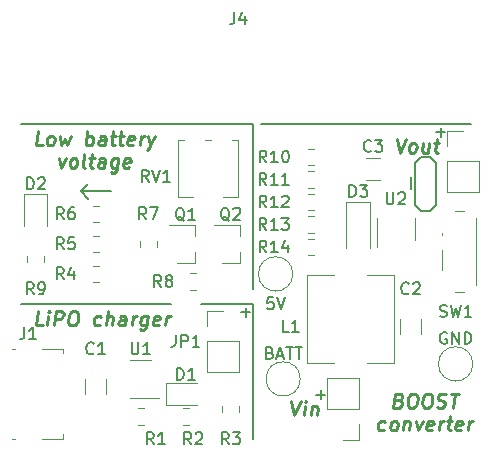
<source format=gbr>
G04 #@! TF.GenerationSoftware,KiCad,Pcbnew,5.0.2-bee76a0~70~ubuntu18.04.1*
G04 #@! TF.CreationDate,2019-03-03T11:08:54+02:00*
G04 #@! TF.ProjectId,1Cell_LiPO_BOOST_converter,3143656c-6c5f-44c6-9950-4f5f424f4f53,B*
G04 #@! TF.SameCoordinates,Original*
G04 #@! TF.FileFunction,Legend,Top*
G04 #@! TF.FilePolarity,Positive*
%FSLAX46Y46*%
G04 Gerber Fmt 4.6, Leading zero omitted, Abs format (unit mm)*
G04 Created by KiCad (PCBNEW 5.0.2-bee76a0~70~ubuntu18.04.1) date 2019 m. kovo 03 d. 11:08:54*
%MOMM*%
%LPD*%
G01*
G04 APERTURE LIST*
%ADD10C,0.200000*%
%ADD11C,0.250000*%
%ADD12C,0.120000*%
%ADD13C,0.150000*%
G04 APERTURE END LIST*
D10*
X133350000Y-99695000D02*
X133985000Y-100330000D01*
X133985000Y-99060000D02*
X133350000Y-99695000D01*
X133350000Y-99695000D02*
X133985000Y-99060000D01*
X135890000Y-99695000D02*
X133350000Y-99695000D01*
X140970000Y-109220000D02*
X128270000Y-109220000D01*
X147955000Y-109220000D02*
X143510000Y-109220000D01*
D11*
X160120758Y-95227857D02*
X160370758Y-96427857D01*
X160920758Y-95227857D01*
X161342187Y-96427857D02*
X161235044Y-96370714D01*
X161185044Y-96313571D01*
X161142187Y-96199285D01*
X161185044Y-95856428D01*
X161256473Y-95742142D01*
X161320758Y-95685000D01*
X161442187Y-95627857D01*
X161613616Y-95627857D01*
X161720758Y-95685000D01*
X161770758Y-95742142D01*
X161813616Y-95856428D01*
X161770758Y-96199285D01*
X161699330Y-96313571D01*
X161635044Y-96370714D01*
X161513616Y-96427857D01*
X161342187Y-96427857D01*
X162870758Y-95627857D02*
X162770758Y-96427857D01*
X162356473Y-95627857D02*
X162277901Y-96256428D01*
X162320758Y-96370714D01*
X162427901Y-96427857D01*
X162599330Y-96427857D01*
X162720758Y-96370714D01*
X162785044Y-96313571D01*
X163270758Y-95627857D02*
X163727901Y-95627857D01*
X163492187Y-95227857D02*
X163363616Y-96256428D01*
X163406473Y-96370714D01*
X163513616Y-96427857D01*
X163627901Y-96427857D01*
X151195758Y-117452857D02*
X151445758Y-118652857D01*
X151995758Y-117452857D01*
X152245758Y-118652857D02*
X152345758Y-117852857D01*
X152395758Y-117452857D02*
X152331473Y-117510000D01*
X152381473Y-117567142D01*
X152445758Y-117510000D01*
X152395758Y-117452857D01*
X152381473Y-117567142D01*
X152917187Y-117852857D02*
X152817187Y-118652857D01*
X152902901Y-117967142D02*
X152967187Y-117910000D01*
X153088616Y-117852857D01*
X153260044Y-117852857D01*
X153367187Y-117910000D01*
X153410044Y-118024285D01*
X153331473Y-118652857D01*
X159070044Y-119865714D02*
X158948616Y-119922857D01*
X158720044Y-119922857D01*
X158612901Y-119865714D01*
X158562901Y-119808571D01*
X158520044Y-119694285D01*
X158562901Y-119351428D01*
X158634330Y-119237142D01*
X158698616Y-119180000D01*
X158820044Y-119122857D01*
X159048616Y-119122857D01*
X159155758Y-119180000D01*
X159748616Y-119922857D02*
X159641473Y-119865714D01*
X159591473Y-119808571D01*
X159548616Y-119694285D01*
X159591473Y-119351428D01*
X159662901Y-119237142D01*
X159727187Y-119180000D01*
X159848616Y-119122857D01*
X160020044Y-119122857D01*
X160127187Y-119180000D01*
X160177187Y-119237142D01*
X160220044Y-119351428D01*
X160177187Y-119694285D01*
X160105758Y-119808571D01*
X160041473Y-119865714D01*
X159920044Y-119922857D01*
X159748616Y-119922857D01*
X160762901Y-119122857D02*
X160662901Y-119922857D01*
X160748616Y-119237142D02*
X160812901Y-119180000D01*
X160934330Y-119122857D01*
X161105758Y-119122857D01*
X161212901Y-119180000D01*
X161255758Y-119294285D01*
X161177187Y-119922857D01*
X161734330Y-119122857D02*
X161920044Y-119922857D01*
X162305758Y-119122857D01*
X163127187Y-119865714D02*
X163005758Y-119922857D01*
X162777187Y-119922857D01*
X162670044Y-119865714D01*
X162627187Y-119751428D01*
X162684330Y-119294285D01*
X162755758Y-119180000D01*
X162877187Y-119122857D01*
X163105758Y-119122857D01*
X163212901Y-119180000D01*
X163255758Y-119294285D01*
X163241473Y-119408571D01*
X162655758Y-119522857D01*
X163691473Y-119922857D02*
X163791473Y-119122857D01*
X163762901Y-119351428D02*
X163834330Y-119237142D01*
X163898616Y-119180000D01*
X164020044Y-119122857D01*
X164134330Y-119122857D01*
X164362901Y-119122857D02*
X164820044Y-119122857D01*
X164584330Y-118722857D02*
X164455758Y-119751428D01*
X164498616Y-119865714D01*
X164605758Y-119922857D01*
X164720044Y-119922857D01*
X165584330Y-119865714D02*
X165462901Y-119922857D01*
X165234330Y-119922857D01*
X165127187Y-119865714D01*
X165084330Y-119751428D01*
X165141473Y-119294285D01*
X165212901Y-119180000D01*
X165334330Y-119122857D01*
X165562901Y-119122857D01*
X165670044Y-119180000D01*
X165712901Y-119294285D01*
X165698616Y-119408571D01*
X165112901Y-119522857D01*
X166148616Y-119922857D02*
X166248616Y-119122857D01*
X166220044Y-119351428D02*
X166291473Y-119237142D01*
X166355758Y-119180000D01*
X166477187Y-119122857D01*
X166591473Y-119122857D01*
X160312901Y-117389285D02*
X160477187Y-117446428D01*
X160527187Y-117503571D01*
X160570044Y-117617857D01*
X160548616Y-117789285D01*
X160477187Y-117903571D01*
X160412901Y-117960714D01*
X160291473Y-118017857D01*
X159834330Y-118017857D01*
X159984330Y-116817857D01*
X160384330Y-116817857D01*
X160491473Y-116875000D01*
X160541473Y-116932142D01*
X160584330Y-117046428D01*
X160570044Y-117160714D01*
X160498616Y-117275000D01*
X160434330Y-117332142D01*
X160312901Y-117389285D01*
X159912901Y-117389285D01*
X161412901Y-116817857D02*
X161641473Y-116817857D01*
X161748616Y-116875000D01*
X161848616Y-116989285D01*
X161877187Y-117217857D01*
X161827187Y-117617857D01*
X161741473Y-117846428D01*
X161612901Y-117960714D01*
X161491473Y-118017857D01*
X161262901Y-118017857D01*
X161155758Y-117960714D01*
X161055758Y-117846428D01*
X161027187Y-117617857D01*
X161077187Y-117217857D01*
X161162901Y-116989285D01*
X161291473Y-116875000D01*
X161412901Y-116817857D01*
X162670044Y-116817857D02*
X162898616Y-116817857D01*
X163005758Y-116875000D01*
X163105758Y-116989285D01*
X163134330Y-117217857D01*
X163084330Y-117617857D01*
X162998616Y-117846428D01*
X162870044Y-117960714D01*
X162748616Y-118017857D01*
X162520044Y-118017857D01*
X162412901Y-117960714D01*
X162312901Y-117846428D01*
X162284330Y-117617857D01*
X162334330Y-117217857D01*
X162420044Y-116989285D01*
X162548616Y-116875000D01*
X162670044Y-116817857D01*
X163498616Y-117960714D02*
X163662901Y-118017857D01*
X163948616Y-118017857D01*
X164070044Y-117960714D01*
X164134330Y-117903571D01*
X164205758Y-117789285D01*
X164220044Y-117675000D01*
X164177187Y-117560714D01*
X164127187Y-117503571D01*
X164020044Y-117446428D01*
X163798616Y-117389285D01*
X163691473Y-117332142D01*
X163641473Y-117275000D01*
X163598616Y-117160714D01*
X163612901Y-117046428D01*
X163684330Y-116932142D01*
X163748616Y-116875000D01*
X163870044Y-116817857D01*
X164155758Y-116817857D01*
X164320044Y-116875000D01*
X164670044Y-116817857D02*
X165355758Y-116817857D01*
X164862901Y-118017857D02*
X165012901Y-116817857D01*
D10*
X148590000Y-93980000D02*
X166370000Y-93980000D01*
D11*
X131508616Y-96897857D02*
X131694330Y-97697857D01*
X132080044Y-96897857D01*
X132608616Y-97697857D02*
X132501473Y-97640714D01*
X132451473Y-97583571D01*
X132408616Y-97469285D01*
X132451473Y-97126428D01*
X132522901Y-97012142D01*
X132587187Y-96955000D01*
X132708616Y-96897857D01*
X132880044Y-96897857D01*
X132987187Y-96955000D01*
X133037187Y-97012142D01*
X133080044Y-97126428D01*
X133037187Y-97469285D01*
X132965758Y-97583571D01*
X132901473Y-97640714D01*
X132780044Y-97697857D01*
X132608616Y-97697857D01*
X133694330Y-97697857D02*
X133587187Y-97640714D01*
X133544330Y-97526428D01*
X133672901Y-96497857D01*
X134080044Y-96897857D02*
X134537187Y-96897857D01*
X134301473Y-96497857D02*
X134172901Y-97526428D01*
X134215758Y-97640714D01*
X134322901Y-97697857D01*
X134437187Y-97697857D01*
X135351473Y-97697857D02*
X135430044Y-97069285D01*
X135387187Y-96955000D01*
X135280044Y-96897857D01*
X135051473Y-96897857D01*
X134930044Y-96955000D01*
X135358616Y-97640714D02*
X135237187Y-97697857D01*
X134951473Y-97697857D01*
X134844330Y-97640714D01*
X134801473Y-97526428D01*
X134815758Y-97412142D01*
X134887187Y-97297857D01*
X135008616Y-97240714D01*
X135294330Y-97240714D01*
X135415758Y-97183571D01*
X136537187Y-96897857D02*
X136415758Y-97869285D01*
X136344330Y-97983571D01*
X136280044Y-98040714D01*
X136158616Y-98097857D01*
X135987187Y-98097857D01*
X135880044Y-98040714D01*
X136444330Y-97640714D02*
X136322901Y-97697857D01*
X136094330Y-97697857D01*
X135987187Y-97640714D01*
X135937187Y-97583571D01*
X135894330Y-97469285D01*
X135937187Y-97126428D01*
X136008616Y-97012142D01*
X136072901Y-96955000D01*
X136194330Y-96897857D01*
X136422901Y-96897857D01*
X136530044Y-96955000D01*
X137472901Y-97640714D02*
X137351473Y-97697857D01*
X137122901Y-97697857D01*
X137015758Y-97640714D01*
X136972901Y-97526428D01*
X137030044Y-97069285D01*
X137101473Y-96955000D01*
X137222901Y-96897857D01*
X137451473Y-96897857D01*
X137558616Y-96955000D01*
X137601473Y-97069285D01*
X137587187Y-97183571D01*
X137001473Y-97297857D01*
X130122901Y-95792857D02*
X129551473Y-95792857D01*
X129701473Y-94592857D01*
X130694330Y-95792857D02*
X130587187Y-95735714D01*
X130537187Y-95678571D01*
X130494330Y-95564285D01*
X130537187Y-95221428D01*
X130608616Y-95107142D01*
X130672901Y-95050000D01*
X130794330Y-94992857D01*
X130965758Y-94992857D01*
X131072901Y-95050000D01*
X131122901Y-95107142D01*
X131165758Y-95221428D01*
X131122901Y-95564285D01*
X131051473Y-95678571D01*
X130987187Y-95735714D01*
X130865758Y-95792857D01*
X130694330Y-95792857D01*
X131594330Y-94992857D02*
X131722901Y-95792857D01*
X132022901Y-95221428D01*
X132180044Y-95792857D01*
X132508616Y-94992857D01*
X133780044Y-95792857D02*
X133930044Y-94592857D01*
X133872901Y-95050000D02*
X133994330Y-94992857D01*
X134222901Y-94992857D01*
X134330044Y-95050000D01*
X134380044Y-95107142D01*
X134422901Y-95221428D01*
X134380044Y-95564285D01*
X134308616Y-95678571D01*
X134244330Y-95735714D01*
X134122901Y-95792857D01*
X133894330Y-95792857D01*
X133787187Y-95735714D01*
X135380044Y-95792857D02*
X135458616Y-95164285D01*
X135415758Y-95050000D01*
X135308616Y-94992857D01*
X135080044Y-94992857D01*
X134958616Y-95050000D01*
X135387187Y-95735714D02*
X135265758Y-95792857D01*
X134980044Y-95792857D01*
X134872901Y-95735714D01*
X134830044Y-95621428D01*
X134844330Y-95507142D01*
X134915758Y-95392857D01*
X135037187Y-95335714D01*
X135322901Y-95335714D01*
X135444330Y-95278571D01*
X135880044Y-94992857D02*
X136337187Y-94992857D01*
X136101473Y-94592857D02*
X135972901Y-95621428D01*
X136015758Y-95735714D01*
X136122901Y-95792857D01*
X136237187Y-95792857D01*
X136565758Y-94992857D02*
X137022901Y-94992857D01*
X136787187Y-94592857D02*
X136658616Y-95621428D01*
X136701473Y-95735714D01*
X136808616Y-95792857D01*
X136922901Y-95792857D01*
X137787187Y-95735714D02*
X137665758Y-95792857D01*
X137437187Y-95792857D01*
X137330044Y-95735714D01*
X137287187Y-95621428D01*
X137344330Y-95164285D01*
X137415758Y-95050000D01*
X137537187Y-94992857D01*
X137765758Y-94992857D01*
X137872901Y-95050000D01*
X137915758Y-95164285D01*
X137901473Y-95278571D01*
X137315758Y-95392857D01*
X138351473Y-95792857D02*
X138451473Y-94992857D01*
X138422901Y-95221428D02*
X138494330Y-95107142D01*
X138558616Y-95050000D01*
X138680044Y-94992857D01*
X138794330Y-94992857D01*
X139080044Y-94992857D02*
X139265758Y-95792857D01*
X139651473Y-94992857D02*
X139265758Y-95792857D01*
X139115758Y-96078571D01*
X139051473Y-96135714D01*
X138930044Y-96192857D01*
D10*
X147955000Y-93980000D02*
X128270000Y-93980000D01*
X147955000Y-105410000D02*
X147955000Y-107950000D01*
X147955000Y-93980000D02*
X147955000Y-105410000D01*
D11*
X130129330Y-111032857D02*
X129557901Y-111032857D01*
X129707901Y-109832857D01*
X130529330Y-111032857D02*
X130629330Y-110232857D01*
X130679330Y-109832857D02*
X130615044Y-109890000D01*
X130665044Y-109947142D01*
X130729330Y-109890000D01*
X130679330Y-109832857D01*
X130665044Y-109947142D01*
X131100758Y-111032857D02*
X131250758Y-109832857D01*
X131707901Y-109832857D01*
X131815044Y-109890000D01*
X131865044Y-109947142D01*
X131907901Y-110061428D01*
X131886473Y-110232857D01*
X131815044Y-110347142D01*
X131750758Y-110404285D01*
X131629330Y-110461428D01*
X131172187Y-110461428D01*
X132679330Y-109832857D02*
X132907901Y-109832857D01*
X133015044Y-109890000D01*
X133115044Y-110004285D01*
X133143616Y-110232857D01*
X133093616Y-110632857D01*
X133007901Y-110861428D01*
X132879330Y-110975714D01*
X132757901Y-111032857D01*
X132529330Y-111032857D01*
X132422187Y-110975714D01*
X132322187Y-110861428D01*
X132293616Y-110632857D01*
X132343616Y-110232857D01*
X132429330Y-110004285D01*
X132557901Y-109890000D01*
X132679330Y-109832857D01*
X134993616Y-110975714D02*
X134872187Y-111032857D01*
X134643616Y-111032857D01*
X134536473Y-110975714D01*
X134486473Y-110918571D01*
X134443616Y-110804285D01*
X134486473Y-110461428D01*
X134557901Y-110347142D01*
X134622187Y-110290000D01*
X134743616Y-110232857D01*
X134972187Y-110232857D01*
X135079330Y-110290000D01*
X135500758Y-111032857D02*
X135650758Y-109832857D01*
X136015044Y-111032857D02*
X136093616Y-110404285D01*
X136050758Y-110290000D01*
X135943616Y-110232857D01*
X135772187Y-110232857D01*
X135650758Y-110290000D01*
X135586473Y-110347142D01*
X137100758Y-111032857D02*
X137179330Y-110404285D01*
X137136473Y-110290000D01*
X137029330Y-110232857D01*
X136800758Y-110232857D01*
X136679330Y-110290000D01*
X137107901Y-110975714D02*
X136986473Y-111032857D01*
X136700758Y-111032857D01*
X136593616Y-110975714D01*
X136550758Y-110861428D01*
X136565044Y-110747142D01*
X136636473Y-110632857D01*
X136757901Y-110575714D01*
X137043616Y-110575714D01*
X137165044Y-110518571D01*
X137672187Y-111032857D02*
X137772187Y-110232857D01*
X137743616Y-110461428D02*
X137815044Y-110347142D01*
X137879330Y-110290000D01*
X138000758Y-110232857D01*
X138115044Y-110232857D01*
X139029330Y-110232857D02*
X138907901Y-111204285D01*
X138836473Y-111318571D01*
X138772187Y-111375714D01*
X138650758Y-111432857D01*
X138479330Y-111432857D01*
X138372187Y-111375714D01*
X138936473Y-110975714D02*
X138815044Y-111032857D01*
X138586473Y-111032857D01*
X138479330Y-110975714D01*
X138429330Y-110918571D01*
X138386473Y-110804285D01*
X138429330Y-110461428D01*
X138500758Y-110347142D01*
X138565044Y-110290000D01*
X138686473Y-110232857D01*
X138915044Y-110232857D01*
X139022187Y-110290000D01*
X139965044Y-110975714D02*
X139843616Y-111032857D01*
X139615044Y-111032857D01*
X139507901Y-110975714D01*
X139465044Y-110861428D01*
X139522187Y-110404285D01*
X139593616Y-110290000D01*
X139715044Y-110232857D01*
X139943616Y-110232857D01*
X140050758Y-110290000D01*
X140093616Y-110404285D01*
X140079330Y-110518571D01*
X139493616Y-110632857D01*
X140529330Y-111032857D02*
X140629330Y-110232857D01*
X140600758Y-110461428D02*
X140672187Y-110347142D01*
X140736473Y-110290000D01*
X140857901Y-110232857D01*
X140972187Y-110232857D01*
D10*
X147955000Y-109220000D02*
X147955000Y-120650000D01*
D12*
G04 #@! TO.C,+*
X156905000Y-115510000D02*
X154245000Y-115510000D01*
X156905000Y-118110000D02*
X156905000Y-115510000D01*
X154245000Y-118110000D02*
X154245000Y-115510000D01*
X156905000Y-118110000D02*
X154245000Y-118110000D01*
X156905000Y-119380000D02*
X156905000Y-120710000D01*
X156905000Y-120710000D02*
X155575000Y-120710000D01*
X144085000Y-109795000D02*
X145415000Y-109795000D01*
X144085000Y-111125000D02*
X144085000Y-109795000D01*
X144085000Y-112395000D02*
X146745000Y-112395000D01*
X146745000Y-112395000D02*
X146745000Y-114995000D01*
X144085000Y-112395000D02*
X144085000Y-114995000D01*
X144085000Y-114995000D02*
X146745000Y-114995000D01*
X164405000Y-99755000D02*
X167065000Y-99755000D01*
X164405000Y-97155000D02*
X164405000Y-99755000D01*
X167065000Y-97155000D02*
X167065000Y-99755000D01*
X164405000Y-97155000D02*
X167065000Y-97155000D01*
X164405000Y-95885000D02*
X164405000Y-94555000D01*
X164405000Y-94555000D02*
X165735000Y-94555000D01*
G04 #@! TO.C,D1*
X143240000Y-115880000D02*
X140555000Y-115880000D01*
X140555000Y-115880000D02*
X140555000Y-117800000D01*
X140555000Y-117800000D02*
X143240000Y-117800000D01*
G04 #@! TO.C,R3*
X146760000Y-117851422D02*
X146760000Y-118368578D01*
X145340000Y-117851422D02*
X145340000Y-118368578D01*
D13*
G04 #@! TO.C,I*
X161660000Y-100860000D02*
X161660000Y-97260000D01*
X161660000Y-97260000D02*
X162160000Y-96760000D01*
X162160000Y-96760000D02*
X162960000Y-96760000D01*
X162960000Y-96760000D02*
X163460000Y-97260000D01*
X163460000Y-97260000D02*
X163460000Y-100860000D01*
X163460000Y-100860000D02*
X162960000Y-101360000D01*
X162960000Y-101360000D02*
X162160000Y-101360000D01*
X162160000Y-101360000D02*
X161660000Y-100860000D01*
D12*
G04 #@! TO.C,GND*
X166550000Y-114300000D02*
G75*
G03X166550000Y-114300000I-1450000J0D01*
G01*
G04 #@! TO.C,BATT*
X151945000Y-115570000D02*
G75*
G03X151945000Y-115570000I-1450000J0D01*
G01*
G04 #@! TO.C,5V*
X151310000Y-106680000D02*
G75*
G03X151310000Y-106680000I-1450000J0D01*
G01*
G04 #@! TO.C,SW1*
X163980000Y-103375000D02*
X163980000Y-103175000D01*
X166830000Y-107625000D02*
X166830000Y-101925000D01*
X163980000Y-106375000D02*
X163980000Y-104675000D01*
X165030000Y-108225000D02*
X165820000Y-108225000D01*
X165820000Y-101325000D02*
X165030000Y-101325000D01*
G04 #@! TO.C,C1*
X135530000Y-115602936D02*
X135530000Y-116807064D01*
X133710000Y-115602936D02*
X133710000Y-116807064D01*
G04 #@! TO.C,C2*
X160380000Y-110522936D02*
X160380000Y-111727064D01*
X162200000Y-110522936D02*
X162200000Y-111727064D01*
G04 #@! TO.C,C3*
X157512936Y-96880000D02*
X158717064Y-96880000D01*
X157512936Y-98700000D02*
X158717064Y-98700000D01*
G04 #@! TO.C,J1*
X131885000Y-120650000D02*
X131885000Y-120270000D01*
X127835000Y-120650000D02*
X127575000Y-120650000D01*
X131885000Y-120650000D02*
X130115000Y-120650000D01*
X131885000Y-113030000D02*
X131885000Y-113410000D01*
X130115000Y-113030000D02*
X131885000Y-113030000D01*
X127575000Y-113030000D02*
X127835000Y-113030000D01*
G04 #@! TO.C,D3*
X157845000Y-100620000D02*
X155845000Y-100620000D01*
X155845000Y-100620000D02*
X155845000Y-104520000D01*
X157845000Y-100620000D02*
X157845000Y-104520000D01*
G04 #@! TO.C,L1*
X157610000Y-106790000D02*
X159910000Y-106790000D01*
X159910000Y-106790000D02*
X159910000Y-114190000D01*
X159910000Y-114190000D02*
X157610000Y-114190000D01*
X154810000Y-114190000D02*
X152510000Y-114190000D01*
X152510000Y-114190000D02*
X152510000Y-106790000D01*
X152510000Y-106790000D02*
X154810000Y-106790000D01*
G04 #@! TO.C,D2*
X130500000Y-102600000D02*
X130500000Y-99915000D01*
X130500000Y-99915000D02*
X128580000Y-99915000D01*
X128580000Y-99915000D02*
X128580000Y-102600000D01*
G04 #@! TO.C,Q1*
X143000000Y-105720000D02*
X141540000Y-105720000D01*
X143000000Y-102560000D02*
X140840000Y-102560000D01*
X143000000Y-102560000D02*
X143000000Y-103490000D01*
X143000000Y-105720000D02*
X143000000Y-104790000D01*
G04 #@! TO.C,Q2*
X146810000Y-105720000D02*
X146810000Y-104790000D01*
X146810000Y-102560000D02*
X146810000Y-103490000D01*
X146810000Y-102560000D02*
X144650000Y-102560000D01*
X146810000Y-105720000D02*
X145350000Y-105720000D01*
G04 #@! TO.C,U2*
X158410000Y-101970000D02*
X158410000Y-104420000D01*
X161630000Y-103770000D02*
X161630000Y-101970000D01*
G04 #@! TO.C,U1*
X139330000Y-113960000D02*
X137530000Y-113960000D01*
X137530000Y-117180000D02*
X139980000Y-117180000D01*
G04 #@! TO.C,RV1*
X141625000Y-100210000D02*
X141625000Y-95370000D01*
X146665000Y-100210000D02*
X146665000Y-95370000D01*
X141625000Y-100210000D02*
X142905000Y-100210000D01*
X145385000Y-100210000D02*
X146665000Y-100210000D01*
X141625000Y-95370000D02*
X142105000Y-95370000D01*
X143885000Y-95370000D02*
X144405000Y-95370000D01*
X146185000Y-95370000D02*
X146665000Y-95370000D01*
X142005000Y-100210000D02*
X142005000Y-100210000D01*
X142005000Y-100210000D02*
X142905000Y-100210000D01*
X142005000Y-100210000D02*
X142905000Y-100210000D01*
G04 #@! TO.C,R11*
X152627058Y-99402914D02*
X153144214Y-99402914D01*
X152627058Y-97982914D02*
X153144214Y-97982914D01*
G04 #@! TO.C,R7*
X139775000Y-103881422D02*
X139775000Y-104398578D01*
X138355000Y-103881422D02*
X138355000Y-104398578D01*
G04 #@! TO.C,R6*
X134361422Y-102310000D02*
X134878578Y-102310000D01*
X134361422Y-100890000D02*
X134878578Y-100890000D01*
G04 #@! TO.C,R5*
X134878578Y-104850000D02*
X134361422Y-104850000D01*
X134878578Y-103430000D02*
X134361422Y-103430000D01*
G04 #@! TO.C,R4*
X134361422Y-107390000D02*
X134878578Y-107390000D01*
X134361422Y-105970000D02*
X134878578Y-105970000D01*
G04 #@! TO.C,R1*
X138171422Y-119455000D02*
X138688578Y-119455000D01*
X138171422Y-118035000D02*
X138688578Y-118035000D01*
G04 #@! TO.C,R8*
X142616422Y-106605000D02*
X143133578Y-106605000D01*
X142616422Y-108025000D02*
X143133578Y-108025000D01*
G04 #@! TO.C,R9*
X130250000Y-105668578D02*
X130250000Y-105151422D01*
X128830000Y-105668578D02*
X128830000Y-105151422D01*
G04 #@! TO.C,R10*
X153144214Y-97497914D02*
X152627058Y-97497914D01*
X153144214Y-96077914D02*
X152627058Y-96077914D01*
G04 #@! TO.C,R12*
X153144214Y-99887914D02*
X152627058Y-99887914D01*
X153144214Y-101307914D02*
X152627058Y-101307914D01*
G04 #@! TO.C,R13*
X152627058Y-101792914D02*
X153144214Y-101792914D01*
X152627058Y-103212914D02*
X153144214Y-103212914D01*
G04 #@! TO.C,R14*
X153144214Y-103697914D02*
X152627058Y-103697914D01*
X153144214Y-105117914D02*
X152627058Y-105117914D01*
G04 #@! TO.C,R2*
X141981422Y-118035000D02*
X142498578Y-118035000D01*
X141981422Y-119455000D02*
X142498578Y-119455000D01*
G04 #@! TO.C,+*
D13*
X153289047Y-116911428D02*
X154050952Y-116911428D01*
X153670000Y-117292380D02*
X153670000Y-116530476D01*
X146939047Y-109926428D02*
X147700952Y-109926428D01*
X147320000Y-110307380D02*
X147320000Y-109545476D01*
X163449047Y-94686428D02*
X164210952Y-94686428D01*
X163830000Y-95067380D02*
X163830000Y-94305476D01*
G04 #@! TO.C,D1*
X141501904Y-115642380D02*
X141501904Y-114642380D01*
X141740000Y-114642380D01*
X141882857Y-114690000D01*
X141978095Y-114785238D01*
X142025714Y-114880476D01*
X142073333Y-115070952D01*
X142073333Y-115213809D01*
X142025714Y-115404285D01*
X141978095Y-115499523D01*
X141882857Y-115594761D01*
X141740000Y-115642380D01*
X141501904Y-115642380D01*
X143025714Y-115642380D02*
X142454285Y-115642380D01*
X142740000Y-115642380D02*
X142740000Y-114642380D01*
X142644761Y-114785238D01*
X142549523Y-114880476D01*
X142454285Y-114928095D01*
G04 #@! TO.C,R3*
X145883333Y-121102380D02*
X145550000Y-120626190D01*
X145311904Y-121102380D02*
X145311904Y-120102380D01*
X145692857Y-120102380D01*
X145788095Y-120150000D01*
X145835714Y-120197619D01*
X145883333Y-120292857D01*
X145883333Y-120435714D01*
X145835714Y-120530952D01*
X145788095Y-120578571D01*
X145692857Y-120626190D01*
X145311904Y-120626190D01*
X146216666Y-120102380D02*
X146835714Y-120102380D01*
X146502380Y-120483333D01*
X146645238Y-120483333D01*
X146740476Y-120530952D01*
X146788095Y-120578571D01*
X146835714Y-120673809D01*
X146835714Y-120911904D01*
X146788095Y-121007142D01*
X146740476Y-121054761D01*
X146645238Y-121102380D01*
X146359523Y-121102380D01*
X146264285Y-121054761D01*
X146216666Y-121007142D01*
G04 #@! TO.C,I*
X161290000Y-99482380D02*
X161290000Y-98482380D01*
G04 #@! TO.C,GND*
X164338095Y-111652000D02*
X164242857Y-111604380D01*
X164100000Y-111604380D01*
X163957142Y-111652000D01*
X163861904Y-111747238D01*
X163814285Y-111842476D01*
X163766666Y-112032952D01*
X163766666Y-112175809D01*
X163814285Y-112366285D01*
X163861904Y-112461523D01*
X163957142Y-112556761D01*
X164100000Y-112604380D01*
X164195238Y-112604380D01*
X164338095Y-112556761D01*
X164385714Y-112509142D01*
X164385714Y-112175809D01*
X164195238Y-112175809D01*
X164814285Y-112604380D02*
X164814285Y-111604380D01*
X165385714Y-112604380D01*
X165385714Y-111604380D01*
X165861904Y-112604380D02*
X165861904Y-111604380D01*
X166100000Y-111604380D01*
X166242857Y-111652000D01*
X166338095Y-111747238D01*
X166385714Y-111842476D01*
X166433333Y-112032952D01*
X166433333Y-112175809D01*
X166385714Y-112366285D01*
X166338095Y-112461523D01*
X166242857Y-112556761D01*
X166100000Y-112604380D01*
X165861904Y-112604380D01*
G04 #@! TO.C,BATT*
X149375952Y-113350571D02*
X149518809Y-113398190D01*
X149566428Y-113445809D01*
X149614047Y-113541047D01*
X149614047Y-113683904D01*
X149566428Y-113779142D01*
X149518809Y-113826761D01*
X149423571Y-113874380D01*
X149042619Y-113874380D01*
X149042619Y-112874380D01*
X149375952Y-112874380D01*
X149471190Y-112922000D01*
X149518809Y-112969619D01*
X149566428Y-113064857D01*
X149566428Y-113160095D01*
X149518809Y-113255333D01*
X149471190Y-113302952D01*
X149375952Y-113350571D01*
X149042619Y-113350571D01*
X149995000Y-113588666D02*
X150471190Y-113588666D01*
X149899761Y-113874380D02*
X150233095Y-112874380D01*
X150566428Y-113874380D01*
X150756904Y-112874380D02*
X151328333Y-112874380D01*
X151042619Y-113874380D02*
X151042619Y-112874380D01*
X151518809Y-112874380D02*
X152090238Y-112874380D01*
X151804523Y-113874380D02*
X151804523Y-112874380D01*
G04 #@! TO.C,5V*
X149669523Y-108672380D02*
X149193333Y-108672380D01*
X149145714Y-109148571D01*
X149193333Y-109100952D01*
X149288571Y-109053333D01*
X149526666Y-109053333D01*
X149621904Y-109100952D01*
X149669523Y-109148571D01*
X149717142Y-109243809D01*
X149717142Y-109481904D01*
X149669523Y-109577142D01*
X149621904Y-109624761D01*
X149526666Y-109672380D01*
X149288571Y-109672380D01*
X149193333Y-109624761D01*
X149145714Y-109577142D01*
X150002857Y-108672380D02*
X150336190Y-109672380D01*
X150669523Y-108672380D01*
G04 #@! TO.C,J4*
X146351666Y-84542380D02*
X146351666Y-85256666D01*
X146304047Y-85399523D01*
X146208809Y-85494761D01*
X146065952Y-85542380D01*
X145970714Y-85542380D01*
X147256428Y-84875714D02*
X147256428Y-85542380D01*
X147018333Y-84494761D02*
X146780238Y-85209047D01*
X147399285Y-85209047D01*
G04 #@! TO.C,SW1*
X163766666Y-110259761D02*
X163909523Y-110307380D01*
X164147619Y-110307380D01*
X164242857Y-110259761D01*
X164290476Y-110212142D01*
X164338095Y-110116904D01*
X164338095Y-110021666D01*
X164290476Y-109926428D01*
X164242857Y-109878809D01*
X164147619Y-109831190D01*
X163957142Y-109783571D01*
X163861904Y-109735952D01*
X163814285Y-109688333D01*
X163766666Y-109593095D01*
X163766666Y-109497857D01*
X163814285Y-109402619D01*
X163861904Y-109355000D01*
X163957142Y-109307380D01*
X164195238Y-109307380D01*
X164338095Y-109355000D01*
X164671428Y-109307380D02*
X164909523Y-110307380D01*
X165100000Y-109593095D01*
X165290476Y-110307380D01*
X165528571Y-109307380D01*
X166433333Y-110307380D02*
X165861904Y-110307380D01*
X166147619Y-110307380D02*
X166147619Y-109307380D01*
X166052380Y-109450238D01*
X165957142Y-109545476D01*
X165861904Y-109593095D01*
G04 #@! TO.C,JP1*
X141406666Y-111847380D02*
X141406666Y-112561666D01*
X141359047Y-112704523D01*
X141263809Y-112799761D01*
X141120952Y-112847380D01*
X141025714Y-112847380D01*
X141882857Y-112847380D02*
X141882857Y-111847380D01*
X142263809Y-111847380D01*
X142359047Y-111895000D01*
X142406666Y-111942619D01*
X142454285Y-112037857D01*
X142454285Y-112180714D01*
X142406666Y-112275952D01*
X142359047Y-112323571D01*
X142263809Y-112371190D01*
X141882857Y-112371190D01*
X143406666Y-112847380D02*
X142835238Y-112847380D01*
X143120952Y-112847380D02*
X143120952Y-111847380D01*
X143025714Y-111990238D01*
X142930476Y-112085476D01*
X142835238Y-112133095D01*
G04 #@! TO.C,C1*
X134453333Y-113387142D02*
X134405714Y-113434761D01*
X134262857Y-113482380D01*
X134167619Y-113482380D01*
X134024761Y-113434761D01*
X133929523Y-113339523D01*
X133881904Y-113244285D01*
X133834285Y-113053809D01*
X133834285Y-112910952D01*
X133881904Y-112720476D01*
X133929523Y-112625238D01*
X134024761Y-112530000D01*
X134167619Y-112482380D01*
X134262857Y-112482380D01*
X134405714Y-112530000D01*
X134453333Y-112577619D01*
X135405714Y-113482380D02*
X134834285Y-113482380D01*
X135120000Y-113482380D02*
X135120000Y-112482380D01*
X135024761Y-112625238D01*
X134929523Y-112720476D01*
X134834285Y-112768095D01*
G04 #@! TO.C,C2*
X161123333Y-108307142D02*
X161075714Y-108354761D01*
X160932857Y-108402380D01*
X160837619Y-108402380D01*
X160694761Y-108354761D01*
X160599523Y-108259523D01*
X160551904Y-108164285D01*
X160504285Y-107973809D01*
X160504285Y-107830952D01*
X160551904Y-107640476D01*
X160599523Y-107545238D01*
X160694761Y-107450000D01*
X160837619Y-107402380D01*
X160932857Y-107402380D01*
X161075714Y-107450000D01*
X161123333Y-107497619D01*
X161504285Y-107497619D02*
X161551904Y-107450000D01*
X161647142Y-107402380D01*
X161885238Y-107402380D01*
X161980476Y-107450000D01*
X162028095Y-107497619D01*
X162075714Y-107592857D01*
X162075714Y-107688095D01*
X162028095Y-107830952D01*
X161456666Y-108402380D01*
X162075714Y-108402380D01*
G04 #@! TO.C,C3*
X157948333Y-96242142D02*
X157900714Y-96289761D01*
X157757857Y-96337380D01*
X157662619Y-96337380D01*
X157519761Y-96289761D01*
X157424523Y-96194523D01*
X157376904Y-96099285D01*
X157329285Y-95908809D01*
X157329285Y-95765952D01*
X157376904Y-95575476D01*
X157424523Y-95480238D01*
X157519761Y-95385000D01*
X157662619Y-95337380D01*
X157757857Y-95337380D01*
X157900714Y-95385000D01*
X157948333Y-95432619D01*
X158281666Y-95337380D02*
X158900714Y-95337380D01*
X158567380Y-95718333D01*
X158710238Y-95718333D01*
X158805476Y-95765952D01*
X158853095Y-95813571D01*
X158900714Y-95908809D01*
X158900714Y-96146904D01*
X158853095Y-96242142D01*
X158805476Y-96289761D01*
X158710238Y-96337380D01*
X158424523Y-96337380D01*
X158329285Y-96289761D01*
X158281666Y-96242142D01*
G04 #@! TO.C,J1*
X128571666Y-111212380D02*
X128571666Y-111926666D01*
X128524047Y-112069523D01*
X128428809Y-112164761D01*
X128285952Y-112212380D01*
X128190714Y-112212380D01*
X129571666Y-112212380D02*
X129000238Y-112212380D01*
X129285952Y-112212380D02*
X129285952Y-111212380D01*
X129190714Y-111355238D01*
X129095476Y-111450476D01*
X129000238Y-111498095D01*
G04 #@! TO.C,D3*
X156106904Y-100147380D02*
X156106904Y-99147380D01*
X156345000Y-99147380D01*
X156487857Y-99195000D01*
X156583095Y-99290238D01*
X156630714Y-99385476D01*
X156678333Y-99575952D01*
X156678333Y-99718809D01*
X156630714Y-99909285D01*
X156583095Y-100004523D01*
X156487857Y-100099761D01*
X156345000Y-100147380D01*
X156106904Y-100147380D01*
X157011666Y-99147380D02*
X157630714Y-99147380D01*
X157297380Y-99528333D01*
X157440238Y-99528333D01*
X157535476Y-99575952D01*
X157583095Y-99623571D01*
X157630714Y-99718809D01*
X157630714Y-99956904D01*
X157583095Y-100052142D01*
X157535476Y-100099761D01*
X157440238Y-100147380D01*
X157154523Y-100147380D01*
X157059285Y-100099761D01*
X157011666Y-100052142D01*
G04 #@! TO.C,L1*
X150963333Y-111577380D02*
X150487142Y-111577380D01*
X150487142Y-110577380D01*
X151820476Y-111577380D02*
X151249047Y-111577380D01*
X151534761Y-111577380D02*
X151534761Y-110577380D01*
X151439523Y-110720238D01*
X151344285Y-110815476D01*
X151249047Y-110863095D01*
G04 #@! TO.C,D2*
X128801904Y-99512380D02*
X128801904Y-98512380D01*
X129040000Y-98512380D01*
X129182857Y-98560000D01*
X129278095Y-98655238D01*
X129325714Y-98750476D01*
X129373333Y-98940952D01*
X129373333Y-99083809D01*
X129325714Y-99274285D01*
X129278095Y-99369523D01*
X129182857Y-99464761D01*
X129040000Y-99512380D01*
X128801904Y-99512380D01*
X129754285Y-98607619D02*
X129801904Y-98560000D01*
X129897142Y-98512380D01*
X130135238Y-98512380D01*
X130230476Y-98560000D01*
X130278095Y-98607619D01*
X130325714Y-98702857D01*
X130325714Y-98798095D01*
X130278095Y-98940952D01*
X129706666Y-99512380D01*
X130325714Y-99512380D01*
G04 #@! TO.C,Q1*
X142144761Y-102187619D02*
X142049523Y-102140000D01*
X141954285Y-102044761D01*
X141811428Y-101901904D01*
X141716190Y-101854285D01*
X141620952Y-101854285D01*
X141668571Y-102092380D02*
X141573333Y-102044761D01*
X141478095Y-101949523D01*
X141430476Y-101759047D01*
X141430476Y-101425714D01*
X141478095Y-101235238D01*
X141573333Y-101140000D01*
X141668571Y-101092380D01*
X141859047Y-101092380D01*
X141954285Y-101140000D01*
X142049523Y-101235238D01*
X142097142Y-101425714D01*
X142097142Y-101759047D01*
X142049523Y-101949523D01*
X141954285Y-102044761D01*
X141859047Y-102092380D01*
X141668571Y-102092380D01*
X143049523Y-102092380D02*
X142478095Y-102092380D01*
X142763809Y-102092380D02*
X142763809Y-101092380D01*
X142668571Y-101235238D01*
X142573333Y-101330476D01*
X142478095Y-101378095D01*
G04 #@! TO.C,Q2*
X145954761Y-102187619D02*
X145859523Y-102140000D01*
X145764285Y-102044761D01*
X145621428Y-101901904D01*
X145526190Y-101854285D01*
X145430952Y-101854285D01*
X145478571Y-102092380D02*
X145383333Y-102044761D01*
X145288095Y-101949523D01*
X145240476Y-101759047D01*
X145240476Y-101425714D01*
X145288095Y-101235238D01*
X145383333Y-101140000D01*
X145478571Y-101092380D01*
X145669047Y-101092380D01*
X145764285Y-101140000D01*
X145859523Y-101235238D01*
X145907142Y-101425714D01*
X145907142Y-101759047D01*
X145859523Y-101949523D01*
X145764285Y-102044761D01*
X145669047Y-102092380D01*
X145478571Y-102092380D01*
X146288095Y-101187619D02*
X146335714Y-101140000D01*
X146430952Y-101092380D01*
X146669047Y-101092380D01*
X146764285Y-101140000D01*
X146811904Y-101187619D01*
X146859523Y-101282857D01*
X146859523Y-101378095D01*
X146811904Y-101520952D01*
X146240476Y-102092380D01*
X146859523Y-102092380D01*
G04 #@! TO.C,U2*
X159258095Y-99782380D02*
X159258095Y-100591904D01*
X159305714Y-100687142D01*
X159353333Y-100734761D01*
X159448571Y-100782380D01*
X159639047Y-100782380D01*
X159734285Y-100734761D01*
X159781904Y-100687142D01*
X159829523Y-100591904D01*
X159829523Y-99782380D01*
X160258095Y-99877619D02*
X160305714Y-99830000D01*
X160400952Y-99782380D01*
X160639047Y-99782380D01*
X160734285Y-99830000D01*
X160781904Y-99877619D01*
X160829523Y-99972857D01*
X160829523Y-100068095D01*
X160781904Y-100210952D01*
X160210476Y-100782380D01*
X160829523Y-100782380D01*
G04 #@! TO.C,U1*
X137668095Y-112482380D02*
X137668095Y-113291904D01*
X137715714Y-113387142D01*
X137763333Y-113434761D01*
X137858571Y-113482380D01*
X138049047Y-113482380D01*
X138144285Y-113434761D01*
X138191904Y-113387142D01*
X138239523Y-113291904D01*
X138239523Y-112482380D01*
X139239523Y-113482380D02*
X138668095Y-113482380D01*
X138953809Y-113482380D02*
X138953809Y-112482380D01*
X138858571Y-112625238D01*
X138763333Y-112720476D01*
X138668095Y-112768095D01*
G04 #@! TO.C,RV1*
X139104761Y-98877380D02*
X138771428Y-98401190D01*
X138533333Y-98877380D02*
X138533333Y-97877380D01*
X138914285Y-97877380D01*
X139009523Y-97925000D01*
X139057142Y-97972619D01*
X139104761Y-98067857D01*
X139104761Y-98210714D01*
X139057142Y-98305952D01*
X139009523Y-98353571D01*
X138914285Y-98401190D01*
X138533333Y-98401190D01*
X139390476Y-97877380D02*
X139723809Y-98877380D01*
X140057142Y-97877380D01*
X140914285Y-98877380D02*
X140342857Y-98877380D01*
X140628571Y-98877380D02*
X140628571Y-97877380D01*
X140533333Y-98020238D01*
X140438095Y-98115476D01*
X140342857Y-98163095D01*
G04 #@! TO.C,R11*
X149067778Y-99145294D02*
X148734445Y-98669104D01*
X148496350Y-99145294D02*
X148496350Y-98145294D01*
X148877302Y-98145294D01*
X148972540Y-98192914D01*
X149020159Y-98240533D01*
X149067778Y-98335771D01*
X149067778Y-98478628D01*
X149020159Y-98573866D01*
X148972540Y-98621485D01*
X148877302Y-98669104D01*
X148496350Y-98669104D01*
X150020159Y-99145294D02*
X149448731Y-99145294D01*
X149734445Y-99145294D02*
X149734445Y-98145294D01*
X149639207Y-98288152D01*
X149543969Y-98383390D01*
X149448731Y-98431009D01*
X150972540Y-99145294D02*
X150401112Y-99145294D01*
X150686826Y-99145294D02*
X150686826Y-98145294D01*
X150591588Y-98288152D01*
X150496350Y-98383390D01*
X150401112Y-98431009D01*
G04 #@! TO.C,R7*
X138898333Y-102052380D02*
X138565000Y-101576190D01*
X138326904Y-102052380D02*
X138326904Y-101052380D01*
X138707857Y-101052380D01*
X138803095Y-101100000D01*
X138850714Y-101147619D01*
X138898333Y-101242857D01*
X138898333Y-101385714D01*
X138850714Y-101480952D01*
X138803095Y-101528571D01*
X138707857Y-101576190D01*
X138326904Y-101576190D01*
X139231666Y-101052380D02*
X139898333Y-101052380D01*
X139469761Y-102052380D01*
G04 #@! TO.C,R6*
X131913333Y-102052380D02*
X131580000Y-101576190D01*
X131341904Y-102052380D02*
X131341904Y-101052380D01*
X131722857Y-101052380D01*
X131818095Y-101100000D01*
X131865714Y-101147619D01*
X131913333Y-101242857D01*
X131913333Y-101385714D01*
X131865714Y-101480952D01*
X131818095Y-101528571D01*
X131722857Y-101576190D01*
X131341904Y-101576190D01*
X132770476Y-101052380D02*
X132580000Y-101052380D01*
X132484761Y-101100000D01*
X132437142Y-101147619D01*
X132341904Y-101290476D01*
X132294285Y-101480952D01*
X132294285Y-101861904D01*
X132341904Y-101957142D01*
X132389523Y-102004761D01*
X132484761Y-102052380D01*
X132675238Y-102052380D01*
X132770476Y-102004761D01*
X132818095Y-101957142D01*
X132865714Y-101861904D01*
X132865714Y-101623809D01*
X132818095Y-101528571D01*
X132770476Y-101480952D01*
X132675238Y-101433333D01*
X132484761Y-101433333D01*
X132389523Y-101480952D01*
X132341904Y-101528571D01*
X132294285Y-101623809D01*
G04 #@! TO.C,R5*
X131913333Y-104592380D02*
X131580000Y-104116190D01*
X131341904Y-104592380D02*
X131341904Y-103592380D01*
X131722857Y-103592380D01*
X131818095Y-103640000D01*
X131865714Y-103687619D01*
X131913333Y-103782857D01*
X131913333Y-103925714D01*
X131865714Y-104020952D01*
X131818095Y-104068571D01*
X131722857Y-104116190D01*
X131341904Y-104116190D01*
X132818095Y-103592380D02*
X132341904Y-103592380D01*
X132294285Y-104068571D01*
X132341904Y-104020952D01*
X132437142Y-103973333D01*
X132675238Y-103973333D01*
X132770476Y-104020952D01*
X132818095Y-104068571D01*
X132865714Y-104163809D01*
X132865714Y-104401904D01*
X132818095Y-104497142D01*
X132770476Y-104544761D01*
X132675238Y-104592380D01*
X132437142Y-104592380D01*
X132341904Y-104544761D01*
X132294285Y-104497142D01*
G04 #@! TO.C,R4*
X131913333Y-107132380D02*
X131580000Y-106656190D01*
X131341904Y-107132380D02*
X131341904Y-106132380D01*
X131722857Y-106132380D01*
X131818095Y-106180000D01*
X131865714Y-106227619D01*
X131913333Y-106322857D01*
X131913333Y-106465714D01*
X131865714Y-106560952D01*
X131818095Y-106608571D01*
X131722857Y-106656190D01*
X131341904Y-106656190D01*
X132770476Y-106465714D02*
X132770476Y-107132380D01*
X132532380Y-106084761D02*
X132294285Y-106799047D01*
X132913333Y-106799047D01*
G04 #@! TO.C,R1*
X139533333Y-121102380D02*
X139200000Y-120626190D01*
X138961904Y-121102380D02*
X138961904Y-120102380D01*
X139342857Y-120102380D01*
X139438095Y-120150000D01*
X139485714Y-120197619D01*
X139533333Y-120292857D01*
X139533333Y-120435714D01*
X139485714Y-120530952D01*
X139438095Y-120578571D01*
X139342857Y-120626190D01*
X138961904Y-120626190D01*
X140485714Y-121102380D02*
X139914285Y-121102380D01*
X140200000Y-121102380D02*
X140200000Y-120102380D01*
X140104761Y-120245238D01*
X140009523Y-120340476D01*
X139914285Y-120388095D01*
G04 #@! TO.C,R8*
X140168333Y-107767380D02*
X139835000Y-107291190D01*
X139596904Y-107767380D02*
X139596904Y-106767380D01*
X139977857Y-106767380D01*
X140073095Y-106815000D01*
X140120714Y-106862619D01*
X140168333Y-106957857D01*
X140168333Y-107100714D01*
X140120714Y-107195952D01*
X140073095Y-107243571D01*
X139977857Y-107291190D01*
X139596904Y-107291190D01*
X140739761Y-107195952D02*
X140644523Y-107148333D01*
X140596904Y-107100714D01*
X140549285Y-107005476D01*
X140549285Y-106957857D01*
X140596904Y-106862619D01*
X140644523Y-106815000D01*
X140739761Y-106767380D01*
X140930238Y-106767380D01*
X141025476Y-106815000D01*
X141073095Y-106862619D01*
X141120714Y-106957857D01*
X141120714Y-107005476D01*
X141073095Y-107100714D01*
X141025476Y-107148333D01*
X140930238Y-107195952D01*
X140739761Y-107195952D01*
X140644523Y-107243571D01*
X140596904Y-107291190D01*
X140549285Y-107386428D01*
X140549285Y-107576904D01*
X140596904Y-107672142D01*
X140644523Y-107719761D01*
X140739761Y-107767380D01*
X140930238Y-107767380D01*
X141025476Y-107719761D01*
X141073095Y-107672142D01*
X141120714Y-107576904D01*
X141120714Y-107386428D01*
X141073095Y-107291190D01*
X141025476Y-107243571D01*
X140930238Y-107195952D01*
G04 #@! TO.C,R9*
X129373333Y-108402380D02*
X129040000Y-107926190D01*
X128801904Y-108402380D02*
X128801904Y-107402380D01*
X129182857Y-107402380D01*
X129278095Y-107450000D01*
X129325714Y-107497619D01*
X129373333Y-107592857D01*
X129373333Y-107735714D01*
X129325714Y-107830952D01*
X129278095Y-107878571D01*
X129182857Y-107926190D01*
X128801904Y-107926190D01*
X129849523Y-108402380D02*
X130040000Y-108402380D01*
X130135238Y-108354761D01*
X130182857Y-108307142D01*
X130278095Y-108164285D01*
X130325714Y-107973809D01*
X130325714Y-107592857D01*
X130278095Y-107497619D01*
X130230476Y-107450000D01*
X130135238Y-107402380D01*
X129944761Y-107402380D01*
X129849523Y-107450000D01*
X129801904Y-107497619D01*
X129754285Y-107592857D01*
X129754285Y-107830952D01*
X129801904Y-107926190D01*
X129849523Y-107973809D01*
X129944761Y-108021428D01*
X130135238Y-108021428D01*
X130230476Y-107973809D01*
X130278095Y-107926190D01*
X130325714Y-107830952D01*
G04 #@! TO.C,R10*
X149067778Y-97240294D02*
X148734445Y-96764104D01*
X148496350Y-97240294D02*
X148496350Y-96240294D01*
X148877302Y-96240294D01*
X148972540Y-96287914D01*
X149020159Y-96335533D01*
X149067778Y-96430771D01*
X149067778Y-96573628D01*
X149020159Y-96668866D01*
X148972540Y-96716485D01*
X148877302Y-96764104D01*
X148496350Y-96764104D01*
X150020159Y-97240294D02*
X149448731Y-97240294D01*
X149734445Y-97240294D02*
X149734445Y-96240294D01*
X149639207Y-96383152D01*
X149543969Y-96478390D01*
X149448731Y-96526009D01*
X150639207Y-96240294D02*
X150734445Y-96240294D01*
X150829683Y-96287914D01*
X150877302Y-96335533D01*
X150924921Y-96430771D01*
X150972540Y-96621247D01*
X150972540Y-96859342D01*
X150924921Y-97049818D01*
X150877302Y-97145056D01*
X150829683Y-97192675D01*
X150734445Y-97240294D01*
X150639207Y-97240294D01*
X150543969Y-97192675D01*
X150496350Y-97145056D01*
X150448731Y-97049818D01*
X150401112Y-96859342D01*
X150401112Y-96621247D01*
X150448731Y-96430771D01*
X150496350Y-96335533D01*
X150543969Y-96287914D01*
X150639207Y-96240294D01*
G04 #@! TO.C,R12*
X149067778Y-101050294D02*
X148734445Y-100574104D01*
X148496350Y-101050294D02*
X148496350Y-100050294D01*
X148877302Y-100050294D01*
X148972540Y-100097914D01*
X149020159Y-100145533D01*
X149067778Y-100240771D01*
X149067778Y-100383628D01*
X149020159Y-100478866D01*
X148972540Y-100526485D01*
X148877302Y-100574104D01*
X148496350Y-100574104D01*
X150020159Y-101050294D02*
X149448731Y-101050294D01*
X149734445Y-101050294D02*
X149734445Y-100050294D01*
X149639207Y-100193152D01*
X149543969Y-100288390D01*
X149448731Y-100336009D01*
X150401112Y-100145533D02*
X150448731Y-100097914D01*
X150543969Y-100050294D01*
X150782064Y-100050294D01*
X150877302Y-100097914D01*
X150924921Y-100145533D01*
X150972540Y-100240771D01*
X150972540Y-100336009D01*
X150924921Y-100478866D01*
X150353493Y-101050294D01*
X150972540Y-101050294D01*
G04 #@! TO.C,R13*
X149067778Y-102955294D02*
X148734445Y-102479104D01*
X148496350Y-102955294D02*
X148496350Y-101955294D01*
X148877302Y-101955294D01*
X148972540Y-102002914D01*
X149020159Y-102050533D01*
X149067778Y-102145771D01*
X149067778Y-102288628D01*
X149020159Y-102383866D01*
X148972540Y-102431485D01*
X148877302Y-102479104D01*
X148496350Y-102479104D01*
X150020159Y-102955294D02*
X149448731Y-102955294D01*
X149734445Y-102955294D02*
X149734445Y-101955294D01*
X149639207Y-102098152D01*
X149543969Y-102193390D01*
X149448731Y-102241009D01*
X150353493Y-101955294D02*
X150972540Y-101955294D01*
X150639207Y-102336247D01*
X150782064Y-102336247D01*
X150877302Y-102383866D01*
X150924921Y-102431485D01*
X150972540Y-102526723D01*
X150972540Y-102764818D01*
X150924921Y-102860056D01*
X150877302Y-102907675D01*
X150782064Y-102955294D01*
X150496350Y-102955294D01*
X150401112Y-102907675D01*
X150353493Y-102860056D01*
G04 #@! TO.C,R14*
X149067778Y-104860294D02*
X148734445Y-104384104D01*
X148496350Y-104860294D02*
X148496350Y-103860294D01*
X148877302Y-103860294D01*
X148972540Y-103907914D01*
X149020159Y-103955533D01*
X149067778Y-104050771D01*
X149067778Y-104193628D01*
X149020159Y-104288866D01*
X148972540Y-104336485D01*
X148877302Y-104384104D01*
X148496350Y-104384104D01*
X150020159Y-104860294D02*
X149448731Y-104860294D01*
X149734445Y-104860294D02*
X149734445Y-103860294D01*
X149639207Y-104003152D01*
X149543969Y-104098390D01*
X149448731Y-104146009D01*
X150877302Y-104193628D02*
X150877302Y-104860294D01*
X150639207Y-103812675D02*
X150401112Y-104526961D01*
X151020159Y-104526961D01*
G04 #@! TO.C,R2*
X142708333Y-121102380D02*
X142375000Y-120626190D01*
X142136904Y-121102380D02*
X142136904Y-120102380D01*
X142517857Y-120102380D01*
X142613095Y-120150000D01*
X142660714Y-120197619D01*
X142708333Y-120292857D01*
X142708333Y-120435714D01*
X142660714Y-120530952D01*
X142613095Y-120578571D01*
X142517857Y-120626190D01*
X142136904Y-120626190D01*
X143089285Y-120197619D02*
X143136904Y-120150000D01*
X143232142Y-120102380D01*
X143470238Y-120102380D01*
X143565476Y-120150000D01*
X143613095Y-120197619D01*
X143660714Y-120292857D01*
X143660714Y-120388095D01*
X143613095Y-120530952D01*
X143041666Y-121102380D01*
X143660714Y-121102380D01*
G04 #@! TD*
M02*

</source>
